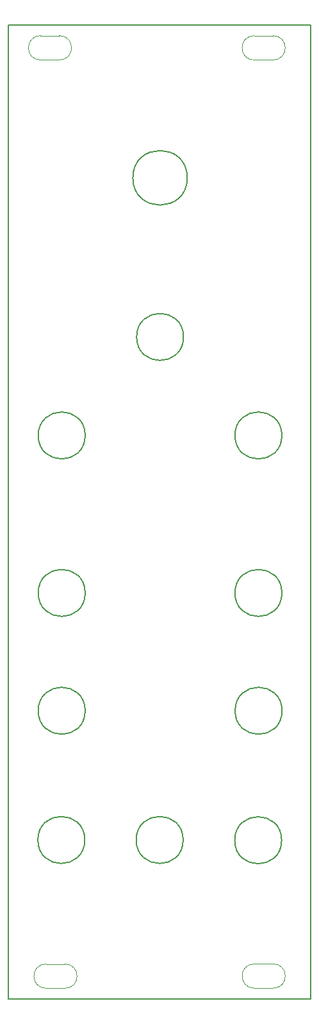
<source format=gbr>
%TF.GenerationSoftware,KiCad,Pcbnew,7.0.8*%
%TF.CreationDate,2023-10-24T12:55:46-07:00*%
%TF.ProjectId,VCO Front Plate,56434f20-4672-46f6-9e74-20506c617465,rev?*%
%TF.SameCoordinates,Original*%
%TF.FileFunction,Profile,NP*%
%FSLAX46Y46*%
G04 Gerber Fmt 4.6, Leading zero omitted, Abs format (unit mm)*
G04 Created by KiCad (PCBNEW 7.0.8) date 2023-10-24 12:55:46*
%MOMM*%
%LPD*%
G01*
G04 APERTURE LIST*
%TA.AperFunction,Profile*%
%ADD10C,0.050000*%
%TD*%
%TA.AperFunction,Profile*%
%ADD11C,0.200000*%
%TD*%
G04 APERTURE END LIST*
D10*
X92930000Y-167500000D02*
G75*
G03*
X92930000Y-170700000I0J-1600000D01*
G01*
X92930000Y-170700000D02*
X95430000Y-170700000D01*
X92930000Y-167500000D02*
X95430000Y-167500000D01*
X95430000Y-170700000D02*
G75*
G03*
X95430000Y-167500000I0J1600000D01*
G01*
X120450000Y-167490000D02*
X122950000Y-167490000D01*
X120450000Y-170690000D02*
X122950000Y-170690000D01*
X120450000Y-167490000D02*
G75*
G03*
X120450000Y-170690000I0J-1600000D01*
G01*
X122950000Y-170690000D02*
G75*
G03*
X122950000Y-167490000I0J1600000D01*
G01*
X120440000Y-45000000D02*
X122940000Y-45000000D01*
X122940000Y-48200000D02*
G75*
G03*
X122940000Y-45000000I0J1600000D01*
G01*
X120440000Y-48200000D02*
X122940000Y-48200000D01*
X120440000Y-45000000D02*
G75*
G03*
X120440000Y-48200000I0J-1600000D01*
G01*
X94700000Y-48200000D02*
G75*
G03*
X94700000Y-45000000I0J1600000D01*
G01*
X92200000Y-48200000D02*
X94700000Y-48200000D01*
X92200000Y-45000000D02*
X94700000Y-45000000D01*
X92200000Y-45000000D02*
G75*
G03*
X92200000Y-48200000I0J-1600000D01*
G01*
D11*
X87950041Y-172097979D02*
X127950037Y-172097979D01*
X87950041Y-43600000D02*
X87950041Y-172097979D01*
X124119993Y-134080000D02*
G75*
G03*
X124119993Y-134080000I-3099993J0D01*
G01*
X87950041Y-43597983D02*
X127950037Y-43597983D01*
X98050020Y-151130000D02*
G75*
G03*
X98050020Y-151130000I-3099994J0D01*
G01*
X98099994Y-118530000D02*
G75*
G03*
X98099994Y-118530000I-3099994J0D01*
G01*
X98099994Y-134080000D02*
G75*
G03*
X98099994Y-134080000I-3099994J0D01*
G01*
X124099993Y-118530000D02*
G75*
G03*
X124099993Y-118530000I-3099993J0D01*
G01*
X111100000Y-84750000D02*
G75*
G03*
X111100000Y-84750000I-3100000J0D01*
G01*
X124100000Y-97750000D02*
G75*
G03*
X124100000Y-97750000I-3100000J0D01*
G01*
X98100000Y-97750000D02*
G75*
G03*
X98100000Y-97750000I-3100000J0D01*
G01*
X127950037Y-43597983D02*
X127950037Y-172097979D01*
X111599993Y-63750000D02*
G75*
G03*
X111599993Y-63750000I-3599993J0D01*
G01*
X87950041Y-43597983D02*
X87950041Y-43597983D01*
X124069968Y-151170000D02*
G75*
G03*
X124069968Y-151170000I-3099993J0D01*
G01*
X111049994Y-151130000D02*
G75*
G03*
X111049994Y-151130000I-3099994J0D01*
G01*
M02*

</source>
